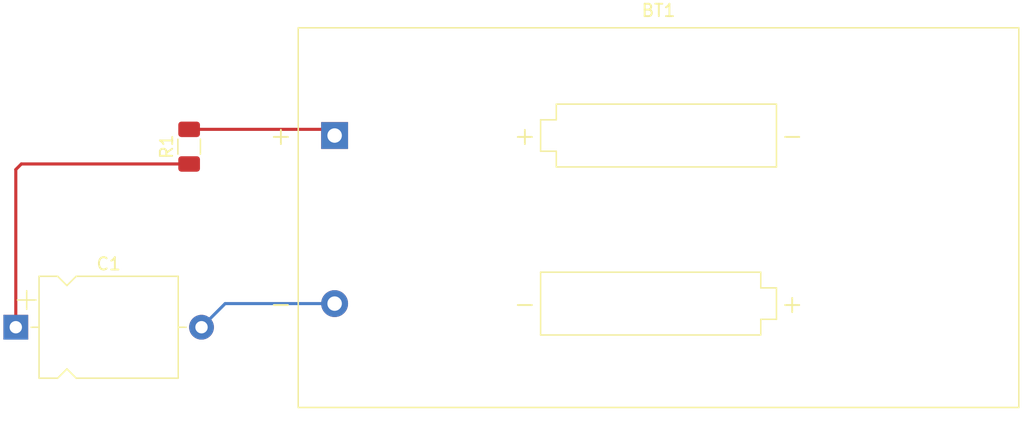
<source format=kicad_pcb>
(kicad_pcb (version 20171130) (host pcbnew 5.0.0-rc3+dfsg1-2)

  (general
    (thickness 1.6)
    (drawings 0)
    (tracks 7)
    (zones 0)
    (modules 3)
    (nets 4)
  )

  (page A4)
  (layers
    (0 F.Cu signal)
    (31 B.Cu signal)
    (32 B.Adhes user)
    (33 F.Adhes user)
    (34 B.Paste user)
    (35 F.Paste user)
    (36 B.SilkS user)
    (37 F.SilkS user)
    (38 B.Mask user)
    (39 F.Mask user)
    (40 Dwgs.User user)
    (41 Cmts.User user)
    (42 Eco1.User user)
    (43 Eco2.User user)
    (44 Edge.Cuts user)
    (45 Margin user)
    (46 B.CrtYd user)
    (47 F.CrtYd user)
    (48 B.Fab user)
    (49 F.Fab user)
  )

  (setup
    (last_trace_width 0.25)
    (trace_clearance 0.2)
    (zone_clearance 0.508)
    (zone_45_only no)
    (trace_min 0.2)
    (segment_width 0.2)
    (edge_width 0.15)
    (via_size 0.8)
    (via_drill 0.4)
    (via_min_size 0.4)
    (via_min_drill 0.3)
    (uvia_size 0.3)
    (uvia_drill 0.1)
    (uvias_allowed no)
    (uvia_min_size 0.2)
    (uvia_min_drill 0.1)
    (pcb_text_width 0.3)
    (pcb_text_size 1.5 1.5)
    (mod_edge_width 0.15)
    (mod_text_size 1 1)
    (mod_text_width 0.15)
    (pad_size 1.524 1.524)
    (pad_drill 0.762)
    (pad_to_mask_clearance 0.2)
    (aux_axis_origin 0 0)
    (visible_elements FFFFFF7F)
    (pcbplotparams
      (layerselection 0x010fc_ffffffff)
      (usegerberextensions false)
      (usegerberattributes false)
      (usegerberadvancedattributes false)
      (creategerberjobfile false)
      (excludeedgelayer true)
      (linewidth 0.100000)
      (plotframeref false)
      (viasonmask false)
      (mode 1)
      (useauxorigin false)
      (hpglpennumber 1)
      (hpglpenspeed 20)
      (hpglpendiameter 15.000000)
      (psnegative false)
      (psa4output false)
      (plotreference true)
      (plotvalue true)
      (plotinvisibletext false)
      (padsonsilk false)
      (subtractmaskfromsilk false)
      (outputformat 1)
      (mirror false)
      (drillshape 1)
      (scaleselection 1)
      (outputdirectory ""))
  )

  (net 0 "")
  (net 1 "Net-(BT1-Pad1)")
  (net 2 GND)
  (net 3 "Net-(C1-Pad1)")

  (net_class Default "This is the default net class."
    (clearance 0.2)
    (trace_width 0.25)
    (via_dia 0.8)
    (via_drill 0.4)
    (uvia_dia 0.3)
    (uvia_drill 0.1)
    (add_net GND)
    (add_net "Net-(BT1-Pad1)")
    (add_net "Net-(C1-Pad1)")
  )

  (module Battery:BatteryHolder_MPD_BC2AAPC_2xAA (layer F.Cu) (tedit 5AC8F8F7) (tstamp 5B5BC36D)
    (at 71.75 60.5)
    (descr "2xAA cell battery holder, Memory Protection Devices P/N BC2AAPC, http://www.memoryprotectiondevices.com/datasheets/BC2AAPC-datasheet.pdf")
    (tags "AA battery cell holder")
    (path /5B431438)
    (fp_text reference BT1 (at 26.16 -10.11) (layer F.SilkS)
      (effects (font (size 1 1) (thickness 0.15)))
    )
    (fp_text value 9V (at 26.16 23.39) (layer F.Fab)
      (effects (font (size 1 1) (thickness 0.15)))
    )
    (fp_line (start -2.84 -8.61) (end -2.84 21.89) (layer F.Fab) (width 0.1))
    (fp_line (start -2.84 21.89) (end 55.16 21.89) (layer F.Fab) (width 0.1))
    (fp_line (start 55.16 21.89) (end 55.16 -8.61) (layer F.Fab) (width 0.1))
    (fp_line (start 55.16 -8.61) (end -2.84 -8.61) (layer F.Fab) (width 0.1))
    (fp_line (start -2.94 -8.71) (end -2.94 21.99) (layer F.SilkS) (width 0.12))
    (fp_line (start -2.94 21.99) (end 55.26 21.99) (layer F.SilkS) (width 0.12))
    (fp_line (start 55.26 21.99) (end 55.26 -8.71) (layer F.SilkS) (width 0.12))
    (fp_line (start 55.26 -8.71) (end -2.94 -8.71) (layer F.SilkS) (width 0.12))
    (fp_line (start -3.34 -9.11) (end -3.34 22.39) (layer F.CrtYd) (width 0.05))
    (fp_line (start -3.34 22.39) (end 55.66 22.39) (layer F.CrtYd) (width 0.05))
    (fp_line (start 55.66 22.39) (end 55.66 -9.11) (layer F.CrtYd) (width 0.05))
    (fp_line (start 55.66 -9.11) (end -3.34 -9.11) (layer F.CrtYd) (width 0.05))
    (fp_line (start 35.685 2.54) (end 17.905 2.54) (layer F.SilkS) (width 0.12))
    (fp_line (start 17.905 2.54) (end 17.905 1.27) (layer F.SilkS) (width 0.12))
    (fp_line (start 17.905 1.27) (end 16.635 1.27) (layer F.SilkS) (width 0.12))
    (fp_line (start 16.635 1.27) (end 16.635 -1.27) (layer F.SilkS) (width 0.12))
    (fp_line (start 16.635 -1.27) (end 17.905 -1.27) (layer F.SilkS) (width 0.12))
    (fp_line (start 17.905 -1.27) (end 17.905 -2.54) (layer F.SilkS) (width 0.12))
    (fp_line (start 17.905 -2.54) (end 35.685 -2.54) (layer F.SilkS) (width 0.12))
    (fp_line (start 35.685 -2.54) (end 35.685 2.54) (layer F.SilkS) (width 0.12))
    (fp_line (start 16.635 16.13) (end 34.415 16.13) (layer F.SilkS) (width 0.12))
    (fp_line (start 34.415 16.13) (end 34.415 14.86) (layer F.SilkS) (width 0.12))
    (fp_line (start 34.415 14.86) (end 35.685 14.86) (layer F.SilkS) (width 0.12))
    (fp_line (start 35.685 14.86) (end 35.685 12.32) (layer F.SilkS) (width 0.12))
    (fp_line (start 35.685 12.32) (end 34.415 12.32) (layer F.SilkS) (width 0.12))
    (fp_line (start 34.415 12.32) (end 34.415 11.05) (layer F.SilkS) (width 0.12))
    (fp_line (start 34.415 11.05) (end 16.635 11.05) (layer F.SilkS) (width 0.12))
    (fp_line (start 16.635 11.05) (end 16.635 16.13) (layer F.SilkS) (width 0.12))
    (fp_text user %R (at 26.16 6.63) (layer F.Fab)
      (effects (font (size 1 1) (thickness 0.15)))
    )
    (fp_text user - (at 36.955 0) (layer F.SilkS)
      (effects (font (size 1.5 1.5) (thickness 0.15)))
    )
    (fp_text user + (at 15.365 0) (layer F.SilkS)
      (effects (font (size 1.5 1.5) (thickness 0.15)))
    )
    (fp_text user - (at 15.365 13.59) (layer F.SilkS)
      (effects (font (size 1.5 1.5) (thickness 0.15)))
    )
    (fp_text user + (at 36.955 13.59) (layer F.SilkS)
      (effects (font (size 1.5 1.5) (thickness 0.15)))
    )
    (fp_text user + (at -4.34 0) (layer F.SilkS)
      (effects (font (size 1.5 1.5) (thickness 0.15)))
    )
    (fp_text user - (at -4.34 13.59) (layer F.SilkS)
      (effects (font (size 1.5 1.5) (thickness 0.15)))
    )
    (pad 1 thru_hole rect (at 0 0) (size 2.17 2.17) (drill 1.17) (layers *.Cu *.Mask)
      (net 1 "Net-(BT1-Pad1)"))
    (pad 2 thru_hole circle (at 0 13.59) (size 2.17 2.17) (drill 1.17) (layers *.Cu *.Mask)
      (net 2 GND))
    (pad "" np_thru_hole circle (at 26.16 6.63) (size 3.65 3.65) (drill 3.65) (layers *.Cu *.Mask))
    (model ${KISYS3DMOD}/Battery.3dshapes/BatteryHolder_MPD_BC2AAPC_2xAA.wrl
      (at (xyz 0 0 0))
      (scale (xyz 1 1 1))
      (rotate (xyz 0 0 0))
    )
  )

  (module Capacitor_THT:CP_Axial_L11.0mm_D8.0mm_P15.00mm_Horizontal (layer F.Cu) (tedit 5AE50EF2) (tstamp 5B5BC1CE)
    (at 46 76)
    (descr "CP, Axial series, Axial, Horizontal, pin pitch=15mm, , length*diameter=11*8mm^2, Electrolytic Capacitor, , http://www.vishay.com/docs/28325/021asm.pdf")
    (tags "CP Axial series Axial Horizontal pin pitch 15mm  length 11mm diameter 8mm Electrolytic Capacitor")
    (path /5B4314AB)
    (fp_text reference C1 (at 7.5 -5.12) (layer F.SilkS)
      (effects (font (size 1 1) (thickness 0.15)))
    )
    (fp_text value 1u (at 7.5 5.12) (layer F.Fab)
      (effects (font (size 1 1) (thickness 0.15)))
    )
    (fp_line (start 2 -4) (end 2 4) (layer F.Fab) (width 0.1))
    (fp_line (start 13 -4) (end 13 4) (layer F.Fab) (width 0.1))
    (fp_line (start 2 -4) (end 3.38 -4) (layer F.Fab) (width 0.1))
    (fp_line (start 3.38 -4) (end 4.13 -3.25) (layer F.Fab) (width 0.1))
    (fp_line (start 4.13 -3.25) (end 4.88 -4) (layer F.Fab) (width 0.1))
    (fp_line (start 4.88 -4) (end 13 -4) (layer F.Fab) (width 0.1))
    (fp_line (start 2 4) (end 3.38 4) (layer F.Fab) (width 0.1))
    (fp_line (start 3.38 4) (end 4.13 3.25) (layer F.Fab) (width 0.1))
    (fp_line (start 4.13 3.25) (end 4.88 4) (layer F.Fab) (width 0.1))
    (fp_line (start 4.88 4) (end 13 4) (layer F.Fab) (width 0.1))
    (fp_line (start 0 0) (end 2 0) (layer F.Fab) (width 0.1))
    (fp_line (start 15 0) (end 13 0) (layer F.Fab) (width 0.1))
    (fp_line (start 3.4 0) (end 4.9 0) (layer F.Fab) (width 0.1))
    (fp_line (start 4.15 -0.75) (end 4.15 0.75) (layer F.Fab) (width 0.1))
    (fp_line (start 0.13 -2.2) (end 1.63 -2.2) (layer F.SilkS) (width 0.12))
    (fp_line (start 0.88 -2.95) (end 0.88 -1.45) (layer F.SilkS) (width 0.12))
    (fp_line (start 1.88 -4.12) (end 1.88 4.12) (layer F.SilkS) (width 0.12))
    (fp_line (start 13.12 -4.12) (end 13.12 4.12) (layer F.SilkS) (width 0.12))
    (fp_line (start 1.88 -4.12) (end 3.38 -4.12) (layer F.SilkS) (width 0.12))
    (fp_line (start 3.38 -4.12) (end 4.13 -3.37) (layer F.SilkS) (width 0.12))
    (fp_line (start 4.13 -3.37) (end 4.88 -4.12) (layer F.SilkS) (width 0.12))
    (fp_line (start 4.88 -4.12) (end 13.12 -4.12) (layer F.SilkS) (width 0.12))
    (fp_line (start 1.88 4.12) (end 3.38 4.12) (layer F.SilkS) (width 0.12))
    (fp_line (start 3.38 4.12) (end 4.13 3.37) (layer F.SilkS) (width 0.12))
    (fp_line (start 4.13 3.37) (end 4.88 4.12) (layer F.SilkS) (width 0.12))
    (fp_line (start 4.88 4.12) (end 13.12 4.12) (layer F.SilkS) (width 0.12))
    (fp_line (start 1.24 0) (end 1.88 0) (layer F.SilkS) (width 0.12))
    (fp_line (start 13.76 0) (end 13.12 0) (layer F.SilkS) (width 0.12))
    (fp_line (start -1.25 -4.25) (end -1.25 4.25) (layer F.CrtYd) (width 0.05))
    (fp_line (start -1.25 4.25) (end 16.25 4.25) (layer F.CrtYd) (width 0.05))
    (fp_line (start 16.25 4.25) (end 16.25 -4.25) (layer F.CrtYd) (width 0.05))
    (fp_line (start 16.25 -4.25) (end -1.25 -4.25) (layer F.CrtYd) (width 0.05))
    (fp_text user %R (at 7.5 0) (layer F.Fab)
      (effects (font (size 1 1) (thickness 0.15)))
    )
    (pad 1 thru_hole rect (at 0 0) (size 2 2) (drill 1) (layers *.Cu *.Mask)
      (net 3 "Net-(C1-Pad1)"))
    (pad 2 thru_hole oval (at 15 0) (size 2 2) (drill 1) (layers *.Cu *.Mask)
      (net 2 GND))
    (model ${KISYS3DMOD}/Capacitor_THT.3dshapes/CP_Axial_L11.0mm_D8.0mm_P15.00mm_Horizontal.wrl
      (at (xyz 0 0 0))
      (scale (xyz 1 1 1))
      (rotate (xyz 0 0 0))
    )
  )

  (module Resistor_SMD:R_1206_3216Metric (layer F.Cu) (tedit 5B20DC38) (tstamp 5B5BC1DF)
    (at 60 61.4 90)
    (descr "Resistor SMD 1206 (3216 Metric), square (rectangular) end terminal, IPC_7351 nominal, (Body size source: http://www.tortai-tech.com/upload/download/2011102023233369053.pdf), generated with kicad-footprint-generator")
    (tags resistor)
    (path /5B431328)
    (attr smd)
    (fp_text reference R1 (at 0 -1.82 90) (layer F.SilkS)
      (effects (font (size 1 1) (thickness 0.15)))
    )
    (fp_text value 10k (at 0 1.82 90) (layer F.Fab)
      (effects (font (size 1 1) (thickness 0.15)))
    )
    (fp_line (start -1.6 0.8) (end -1.6 -0.8) (layer F.Fab) (width 0.1))
    (fp_line (start -1.6 -0.8) (end 1.6 -0.8) (layer F.Fab) (width 0.1))
    (fp_line (start 1.6 -0.8) (end 1.6 0.8) (layer F.Fab) (width 0.1))
    (fp_line (start 1.6 0.8) (end -1.6 0.8) (layer F.Fab) (width 0.1))
    (fp_line (start -0.602064 -0.91) (end 0.602064 -0.91) (layer F.SilkS) (width 0.12))
    (fp_line (start -0.602064 0.91) (end 0.602064 0.91) (layer F.SilkS) (width 0.12))
    (fp_line (start -2.28 1.12) (end -2.28 -1.12) (layer F.CrtYd) (width 0.05))
    (fp_line (start -2.28 -1.12) (end 2.28 -1.12) (layer F.CrtYd) (width 0.05))
    (fp_line (start 2.28 -1.12) (end 2.28 1.12) (layer F.CrtYd) (width 0.05))
    (fp_line (start 2.28 1.12) (end -2.28 1.12) (layer F.CrtYd) (width 0.05))
    (fp_text user %R (at 0 0 90) (layer F.Fab)
      (effects (font (size 0.8 0.8) (thickness 0.12)))
    )
    (pad 1 smd roundrect (at -1.4 0 90) (size 1.25 1.75) (layers F.Cu F.Paste F.Mask) (roundrect_rratio 0.2)
      (net 3 "Net-(C1-Pad1)"))
    (pad 2 smd roundrect (at 1.4 0 90) (size 1.25 1.75) (layers F.Cu F.Paste F.Mask) (roundrect_rratio 0.2)
      (net 1 "Net-(BT1-Pad1)"))
    (model ${KISYS3DMOD}/Resistor_SMD.3dshapes/R_1206_3216Metric.wrl
      (at (xyz 0 0 0))
      (scale (xyz 1 1 1))
      (rotate (xyz 0 0 0))
    )
  )

  (segment (start 71.25 60) (end 71.75 60.5) (width 0.25) (layer F.Cu) (net 1))
  (segment (start 60 60) (end 71.25 60) (width 0.25) (layer F.Cu) (net 1))
  (segment (start 62.91 74.09) (end 61 76) (width 0.25) (layer B.Cu) (net 2))
  (segment (start 71.75 74.09) (end 62.91 74.09) (width 0.25) (layer B.Cu) (net 2))
  (segment (start 60 62.8) (end 46.45 62.8) (width 0.25) (layer F.Cu) (net 3))
  (segment (start 46 63.25) (end 46 76) (width 0.25) (layer F.Cu) (net 3))
  (segment (start 46.45 62.8) (end 46 63.25) (width 0.25) (layer F.Cu) (net 3))

)

</source>
